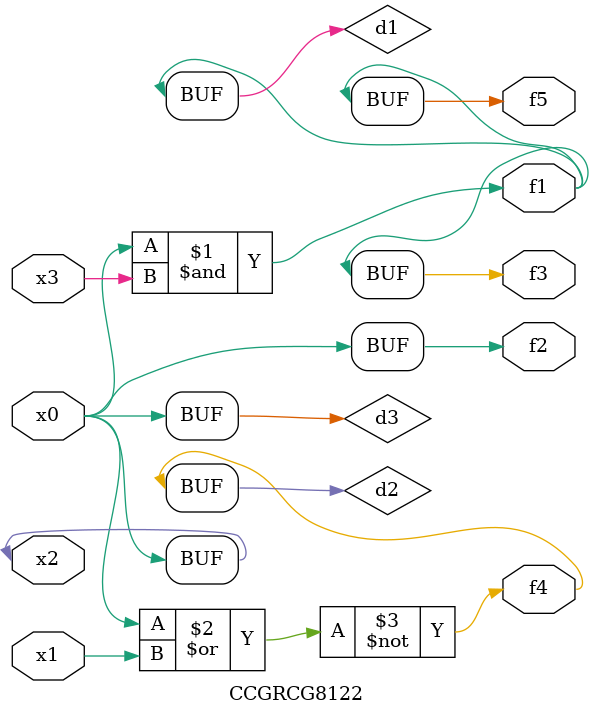
<source format=v>
module CCGRCG8122(
	input x0, x1, x2, x3,
	output f1, f2, f3, f4, f5
);

	wire d1, d2, d3;

	and (d1, x2, x3);
	nor (d2, x0, x1);
	buf (d3, x0, x2);
	assign f1 = d1;
	assign f2 = d3;
	assign f3 = d1;
	assign f4 = d2;
	assign f5 = d1;
endmodule

</source>
